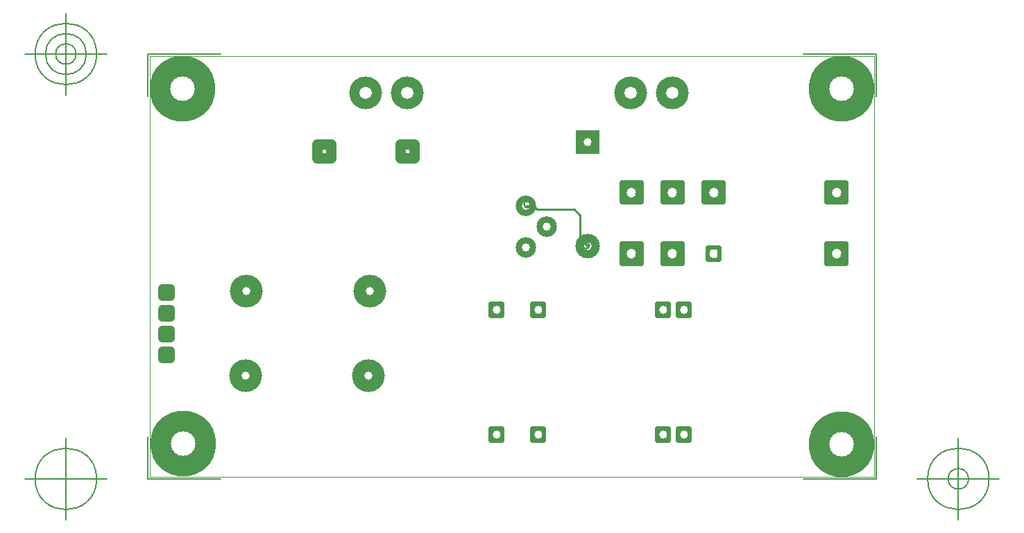
<source format=gbr>
G04 Generated by Ultiboard 13.0 *
%FSLAX34Y34*%
%MOMM*%

%ADD10C,0.0001*%
%ADD11C,0.2540*%
%ADD12C,0.1270*%
%ADD13C,0.1000*%
%ADD14C,4.0000X1.5000*%
%ADD15C,4.0000X1.0000*%
%ADD16R,2.4920X2.4920X1.2000*%
%ADD17C,0.5080*%
%ADD18R,1.4920X1.4920X1.2000*%
%ADD19R,1.0051X1.0051X1.0000*%
%ADD20C,0.9949*%
%ADD21C,2.5000X1.0000*%
%ADD22R,1.7300X1.7300X1.0000*%
%ADD23C,1.2700*%
%ADD24C,3.0000X1.0000*%
%ADD25R,3.0000X3.0000X1.0000*%
%ADD26C,1.0000X0.6000*%
%ADD27C,8.0000X3.0000*%
%ADD28R,1.4920X1.4920X1.0000*%


G04 ColorRGB 00FF00 for the following layer *
%LNCopper Top*%
%LPD*%
G54D10*
G54D11*
X534325Y368258D02*
X525000Y377584D01*
X525000Y405000D01*
X517500Y412500D01*
X472500Y412500D01*
X467864Y417136D01*
X458753Y417136D01*
G54D12*
X-2783Y83589D02*
X-2783Y135484D01*
X-2783Y83589D02*
X86132Y83589D01*
X886366Y83589D02*
X797451Y83589D01*
X886366Y83589D02*
X886366Y135484D01*
X886366Y602540D02*
X886366Y550645D01*
X886366Y602540D02*
X797451Y602540D01*
X-2783Y602540D02*
X86132Y602540D01*
X-2783Y602540D02*
X-2783Y550645D01*
X-52783Y83589D02*
X-152783Y83589D01*
X-102783Y33589D02*
X-102783Y133589D01*
X-140283Y83589D02*
G75*
D01*
G02X-140283Y83589I37500J0*
G01*
X936366Y83589D02*
X1036366Y83589D01*
X986366Y33589D02*
X986366Y133589D01*
X948866Y83589D02*
G75*
D01*
G02X948866Y83589I37500J0*
G01*
X973866Y83589D02*
G75*
D01*
G02X973866Y83589I12500J0*
G01*
X-52783Y602540D02*
X-152783Y602540D01*
X-102783Y552540D02*
X-102783Y652540D01*
X-140283Y602540D02*
G75*
D01*
G02X-140283Y602540I37500J0*
G01*
X-127783Y602540D02*
G75*
D01*
G02X-127783Y602540I25000J0*
G01*
X-115283Y602540D02*
G75*
D01*
G02X-115283Y602540I12500J0*
G01*
X-2783Y83589D02*
X-2783Y135484D01*
X-2783Y83589D02*
X86132Y83589D01*
X886366Y83589D02*
X797451Y83589D01*
X886366Y83589D02*
X886366Y135484D01*
X886366Y602540D02*
X886366Y550645D01*
X886366Y602540D02*
X797451Y602540D01*
X-2783Y602540D02*
X86132Y602540D01*
X-2783Y602540D02*
X-2783Y550645D01*
X-52783Y83589D02*
X-152783Y83589D01*
X-102783Y33589D02*
X-102783Y133589D01*
X-140283Y83589D02*
G75*
D01*
G02X-140283Y83589I37500J0*
G01*
X936366Y83589D02*
X1036366Y83589D01*
X986366Y33589D02*
X986366Y133589D01*
X948866Y83589D02*
G75*
D01*
G02X948866Y83589I37500J0*
G01*
X973866Y83589D02*
G75*
D01*
G02X973866Y83589I12500J0*
G01*
X-52783Y602540D02*
X-152783Y602540D01*
X-102783Y552540D02*
X-102783Y652540D01*
X-140283Y602540D02*
G75*
D01*
G02X-140283Y602540I37500J0*
G01*
X-127783Y602540D02*
G75*
D01*
G02X-127783Y602540I25000J0*
G01*
X-115283Y602540D02*
G75*
D01*
G02X-115283Y602540I12500J0*
G01*
G54D13*
X0Y86150D02*
X883661Y86150D01*
X883661Y600000D01*
X0Y600000D01*
X0Y86150D01*
G54D14*
X263067Y555018D03*
X313867Y555018D03*
X586247Y555417D03*
X637047Y555417D03*
G54D15*
X117696Y312591D03*
X267696Y312591D03*
X116155Y209652D03*
X266155Y209652D03*
G54D16*
X587617Y358562D03*
X637617Y358562D03*
X837617Y358562D03*
X587617Y433562D03*
X637617Y433562D03*
X687617Y433562D03*
X837617Y433562D03*
G54D17*
X575157Y346102D02*
X600077Y346102D01*
X600077Y371022D01*
X575157Y371022D01*
X575157Y346102D01*D02*
X625157Y346102D02*
X650077Y346102D01*
X650077Y371022D01*
X625157Y371022D01*
X625157Y346102D01*D02*
X825157Y346102D02*
X850077Y346102D01*
X850077Y371022D01*
X825157Y371022D01*
X825157Y346102D01*D02*
X575157Y421102D02*
X600077Y421102D01*
X600077Y446022D01*
X575157Y446022D01*
X575157Y421102D01*D02*
X625157Y421102D02*
X650077Y421102D01*
X650077Y446022D01*
X625157Y446022D01*
X625157Y421102D01*D02*
X675157Y421102D02*
X700077Y421102D01*
X700077Y446022D01*
X675157Y446022D01*
X675157Y421102D01*D02*
X825157Y421102D02*
X850077Y421102D01*
X850077Y446022D01*
X825157Y446022D01*
X825157Y421102D01*D02*
X680157Y351102D02*
X695077Y351102D01*
X695077Y366022D01*
X680157Y366022D01*
X680157Y351102D01*D02*
X643840Y282541D02*
X658760Y282541D01*
X658760Y297461D01*
X643840Y297461D01*
X643840Y282541D01*D02*
X618440Y282541D02*
X633360Y282541D01*
X633360Y297461D01*
X618440Y297461D01*
X618440Y282541D01*D02*
X466040Y282541D02*
X480960Y282541D01*
X480960Y297461D01*
X466040Y297461D01*
X466040Y282541D01*D02*
X415240Y282541D02*
X430160Y282541D01*
X430160Y297461D01*
X415240Y297461D01*
X415240Y282541D01*D02*
X643840Y130341D02*
X658760Y130341D01*
X658760Y145261D01*
X643840Y145261D01*
X643840Y130341D01*D02*
X618440Y130341D02*
X633360Y130341D01*
X633360Y145261D01*
X618440Y145261D01*
X618440Y130341D01*D02*
X415240Y130341D02*
X430160Y130341D01*
X430160Y145261D01*
X415240Y145261D01*
X415240Y130341D01*D02*
X466040Y130341D02*
X480960Y130341D01*
X480960Y145261D01*
X466040Y145261D01*
X466040Y130341D01*D02*
G54D18*
X687617Y358562D03*
G54D19*
X20139Y235386D03*
X20139Y260786D03*
X20139Y286186D03*
X20139Y311586D03*
G54D20*
X15114Y230361D02*
X25164Y230361D01*
X25164Y240411D01*
X15114Y240411D01*
X15114Y230361D01*D02*
X15114Y255761D02*
X25164Y255761D01*
X25164Y265811D01*
X15114Y265811D01*
X15114Y255761D01*D02*
X15114Y281161D02*
X25164Y281161D01*
X25164Y291211D01*
X15114Y291211D01*
X15114Y281161D01*D02*
X15114Y306561D02*
X25164Y306561D01*
X25164Y316611D01*
X15114Y316611D01*
X15114Y306561D01*D02*
G54D21*
X458753Y366336D03*
X484153Y391736D03*
X458753Y417136D03*
G54D22*
X212276Y483929D03*
X313876Y483929D03*
G54D23*
X203626Y475279D02*
X220926Y475279D01*
X220926Y492579D01*
X203626Y492579D01*
X203626Y475279D01*D02*
X305226Y475279D02*
X322526Y475279D01*
X322526Y492579D01*
X305226Y492579D01*
X305226Y475279D01*D02*
G54D24*
X534325Y368258D03*
G54D25*
X534325Y495258D03*
G54D26*
X532351Y368640D03*
X460333Y418525D03*
G54D27*
X843826Y559737D03*
X843804Y126129D03*
X40011Y126835D03*
X39757Y559794D03*
G54D28*
X651300Y290001D03*
X625900Y290001D03*
X473500Y290001D03*
X422700Y290001D03*
X651300Y137801D03*
X625900Y137801D03*
X422700Y137801D03*
X473500Y137801D03*

M02*

</source>
